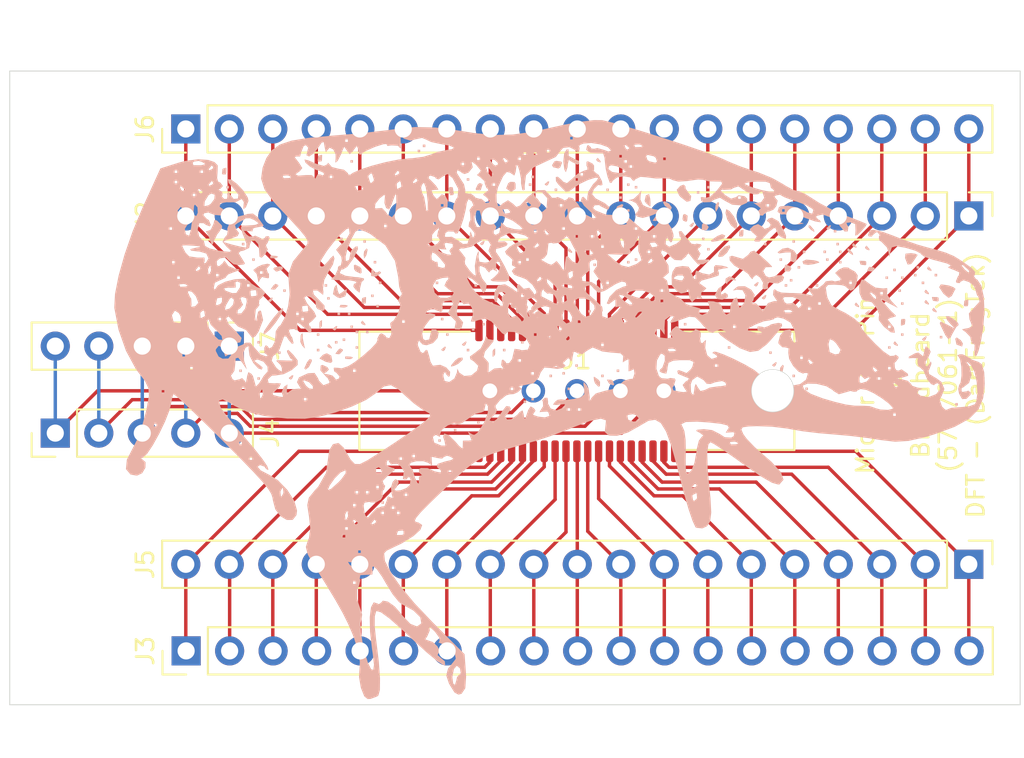
<source format=kicad_pcb>
(kicad_pcb (version 20241229) (generator "pcbnew") (generator_version "9.0")
  (layers (0 "F.Cu" signal) (2 "B.Cu" signal) (13 "F.Paste" user) (15 "B.Paste" user) (5 "F.SilkS" user "F.Silkscreen") (7 "B.SilkS" user "B.Silkscreen") (1 "F.Mask" user) (3 "B.Mask" user) (25 "Edge.Cuts" user))
  (net 0 "")
  (net 1 "Net-(J2-Pin_15)")
  (net 2 "Net-(J2-Pin_7)")
  (net 3 "Net-(J2-Pin_10)")
  (net 4 "Net-(J2-Pin_9)")
  (net 5 "Net-(J2-Pin_11)")
  (net 6 "Net-(J2-Pin_8)")
  (net 7 "Net-(J2-Pin_1)")
  (net 8 "Net-(J2-Pin_18)")
  (net 9 "Net-(J2-Pin_3)")
  (net 10 "Net-(J2-Pin_19)")
  (net 11 "Net-(J2-Pin_14)")
  (net 12 "Net-(J2-Pin_6)")
  (net 13 "Net-(J2-Pin_12)")
  (net 14 "Net-(J2-Pin_13)")
  (net 15 "Net-(J2-Pin_16)")
  (net 16 "Net-(J2-Pin_5)")
  (net 17 "Net-(J2-Pin_17)")
  (net 18 "Net-(J2-Pin_4)")
  (net 19 "Net-(J2-Pin_2)")
  (net 20 "Net-(J3-Pin_18)")
  (net 21 "Net-(J3-Pin_9)")
  (net 22 "Net-(J3-Pin_11)")
  (net 23 "Net-(J3-Pin_4)")
  (net 24 "Net-(J3-Pin_1)")
  (net 25 "Net-(J3-Pin_10)")
  (net 26 "Net-(J3-Pin_16)")
  (net 27 "Net-(J3-Pin_3)")
  (net 28 "Net-(J3-Pin_7)")
  (net 29 "Net-(J3-Pin_15)")
  (net 30 "Net-(J3-Pin_6)")
  (net 31 "Net-(J3-Pin_5)")
  (net 32 "Net-(J3-Pin_8)")
  (net 33 "Net-(J3-Pin_17)")
  (net 34 "Net-(J3-Pin_13)")
  (net 35 "Net-(J3-Pin_19)")
  (net 36 "Net-(J3-Pin_12)")
  (net 37 "Net-(J3-Pin_2)")
  (net 38 "Net-(J3-Pin_14)")
  (net 39 "Net-(J1-GND__2)")
  (net 40 "Net-(J1-GND)")
  (net 41 "Net-(J1-GND__1)")
  (net 42 "Net-(J1-GND__4)")
  (net 43 "Net-(J1-GND__3)")
  (footprint "Connector_PinHeader_2.54mm:PinHeader_1x19_P2.54mm_Vertical" (layer "F.Cu") (at 176 78.46 -90)
    (property "Reference" "J2" (at 0 48.09 90) (layer "F.SilkS"))
    (property "Value" "Conn_01x19_Pin")
    (pad "1" thru_hole rect (at 0 0 270) (size 1.7 1.7) (drill 1) (layers "*.Cu" "*.Mask") (net 7 "Net-(J2-Pin_1)"))
    (pad "2" thru_hole circle (at 0 2.54 270) (size 1.7 1.7) (drill 1) (layers "*.Cu" "*.Mask") (net 19 "Net-(J2-Pin_2)"))
    (pad "3" thru_hole circle (at 0 5.079999 270) (size 1.7 1.7) (drill 1) (layers "*.Cu" "*.Mask") (net 9 "Net-(J2-Pin_3)"))
    (pad "4" thru_hole circle (at 0 7.62 270) (size 1.7 1.7) (drill 1) (layers "*.Cu" "*.Mask") (net 18 "Net-(J2-Pin_4)"))
    (pad "5" thru_hole circle (at 0 10.16 270) (size 1.7 1.7) (drill 1) (layers "*.Cu" "*.Mask") (net 16 "Net-(J2-Pin_5)"))
    (pad "6" thru_hole circle (at 0 12.7 270) (size 1.7 1.7) (drill 1) (layers "*.Cu" "*.Mask") (net 12 "Net-(J2-Pin_6)"))
    (pad "7" thru_hole circle (at 0 15.24 270) (size 1.7 1.7) (drill 1) (layers "*.Cu" "*.Mask") (net 2 "Net-(J2-Pin_7)"))
    (pad "8" thru_hole circle (at 0 17.780001 270) (size 1.7 1.7) (drill 1) (layers "*.Cu" "*.Mask") (net 6 "Net-(J2-Pin_8)"))
    (pad "9" thru_hole circle (at 0 20.32 270) (size 1.7 1.7) (drill 1) (layers "*.Cu" "*.Mask") (net 4 "Net-(J2-Pin_9)"))
    (pad "10" thru_hole circle (at 0 22.86 270) (size 1.7 1.7) (drill 1) (layers "*.Cu" "*.Mask") (net 3 "Net-(J2-Pin_10)"))
    (pad "11" thru_hole circle (at 0 25.4 270) (size 1.7 1.7) (drill 1) (layers "*.Cu" "*.Mask") (net 5 "Net-(J2-Pin_11)"))
    (pad "12" thru_hole circle (at 0 27.939999 270) (size 1.7 1.7) (drill 1) (layers "*.Cu" "*.Mask") (net 13 "Net-(J2-Pin_12)"))
    (pad "13" thru_hole circle (at 0 30.48 270) (size 1.7 1.7) (drill 1) (layers "*.Cu" "*.Mask") (net 14 "Net-(J2-Pin_13)"))
    (pad "14" thru_hole circle (at 0 33.02 270) (size 1.7 1.7) (drill 1) (layers "*.Cu" "*.Mask") (net 11 "Net-(J2-Pin_14)"))
    (pad "15" thru_hole circle (at 0 35.56 270) (size 1.7 1.7) (drill 1) (layers "*.Cu" "*.Mask") (net 1 "Net-(J2-Pin_15)"))
    (pad "16" thru_hole circle (at 0 38.099999 270) (size 1.7 1.7) (drill 1) (layers "*.Cu" "*.Mask") (net 15 "Net-(J2-Pin_16)"))
    (pad "17" thru_hole circle (at 0 40.640001 270) (size 1.7 1.7) (drill 1) (layers "*.Cu" "*.Mask") (net 17 "Net-(J2-Pin_17)"))
    (pad "18" thru_hole circle (at 0 43.18 270) (size 1.7 1.7) (drill 1) (layers "*.Cu" "*.Mask") (net 8 "Net-(J2-Pin_18)"))
    (pad "19" thru_hole circle (at 0 45.72 270) (size 1.7 1.7) (drill 1) (layers "*.Cu" "*.Mask") (net 10 "Net-(J2-Pin_19)"))
  )
  (footprint "Connector_PinHeader_2.54mm:PinHeader_1x05_P2.54mm_Vertical" (layer "F.Cu") (at 132.82 86.06 -90)
    (property "Reference" "J7" (at 0 -2.38 90) (layer "F.SilkS"))
    (property "Value" "Conn_01x05_Socket")
    (pad "1" thru_hole rect (at 0 0 270) (size 1.7 1.7) (drill 1) (layers "*.Cu" "*.Mask") (net 40 "Net-(J1-GND)"))
    (pad "2" thru_hole circle (at 0 2.54 270) (size 1.7 1.7) (drill 1) (layers "*.Cu" "*.Mask") (net 41 "Net-(J1-GND__1)"))
    (pad "3" thru_hole circle (at 0 5.079999 270) (size 1.7 1.7) (drill 1) (layers "*.Cu" "*.Mask") (net 39 "Net-(J1-GND__2)"))
    (pad "4" thru_hole circle (at 0 7.62 270) (size 1.7 1.7) (drill 1) (layers "*.Cu" "*.Mask") (net 43 "Net-(J1-GND__3)"))
    (pad "5" thru_hole circle (at 0 10.16 270) (size 1.7 1.7) (drill 1) (layers "*.Cu" "*.Mask") (net 42 "Net-(J1-GND__4)"))
  )
  (footprint "Connector_PinHeader_2.54mm:PinHeader_1x19_P2.54mm_Vertical" (layer "F.Cu") (at 130.28 73.38 90)
    (property "Reference" "J6" (at 0 -2.38 90) (layer "F.SilkS"))
    (property "Value" "Conn_01x19_Socket")
    (pad "1" thru_hole rect (at 0 0 90) (size 1.7 1.7) (drill 1) (layers "*.Cu" "*.Mask") (net 10 "Net-(J2-Pin_19)"))
    (pad "2" thru_hole circle (at 0 2.54 90) (size 1.7 1.7) (drill 1) (layers "*.Cu" "*.Mask") (net 8 "Net-(J2-Pin_18)"))
    (pad "3" thru_hole circle (at 0 5.079999 90) (size 1.7 1.7) (drill 1) (layers "*.Cu" "*.Mask") (net 17 "Net-(J2-Pin_17)"))
    (pad "4" thru_hole circle (at 0 7.62 90) (size 1.7 1.7) (drill 1) (layers "*.Cu" "*.Mask") (net 15 "Net-(J2-Pin_16)"))
    (pad "5" thru_hole circle (at 0 10.16 90) (size 1.7 1.7) (drill 1) (layers "*.Cu" "*.Mask") (net 1 "Net-(J2-Pin_15)"))
    (pad "6" thru_hole circle (at 0 12.7 90) (size 1.7 1.7) (drill 1) (layers "*.Cu" "*.Mask") (net 11 "Net-(J2-Pin_14)"))
    (pad "7" thru_hole circle (at 0 15.24 90) (size 1.7 1.7) (drill 1) (layers "*.Cu" "*.Mask") (net 14 "Net-(J2-Pin_13)"))
    (pad "8" thru_hole circle (at 0 17.780001 90) (size 1.7 1.7) (drill 1) (layers "*.Cu" "*.Mask") (net 13 "Net-(J2-Pin_12)"))
    (pad "9" thru_hole circle (at 0 20.32 90) (size 1.7 1.7) (drill 1) (layers "*.Cu" "*.Mask") (net 5 "Net-(J2-Pin_11)"))
    (pad "10" thru_hole circle (at 0 22.86 90) (size 1.7 1.7) (drill 1) (layers "*.Cu" "*.Mask") (net 3 "Net-(J2-Pin_10)"))
    (pad "11" thru_hole circle (at 0 25.4 90) (size 1.7 1.7) (drill 1) (layers "*.Cu" "*.Mask") (net 4 "Net-(J2-Pin_9)"))
    (pad "12" thru_hole circle (at 0 27.939999 90) (size 1.7 1.7) (drill 1) (layers "*.Cu" "*.Mask") (net 6 "Net-(J2-Pin_8)"))
    (pad "13" thru_hole circle (at 0 30.48 90) (size 1.7 1.7) (drill 1) (layers "*.Cu" "*.Mask") (net 2 "Net-(J2-Pin_7)"))
    (pad "14" thru_hole circle (at 0 33.02 90) (size 1.7 1.7) (drill 1) (layers "*.Cu" "*.Mask") (net 12 "Net-(J2-Pin_6)"))
    (pad "15" thru_hole circle (at 0 35.56 90) (size 1.7 1.7) (drill 1) (layers "*.Cu" "*.Mask") (net 16 "Net-(J2-Pin_5)"))
    (pad "16" thru_hole circle (at 0 38.099999 90) (size 1.7 1.7) (drill 1) (layers "*.Cu" "*.Mask") (net 18 "Net-(J2-Pin_4)"))
    (pad "17" thru_hole circle (at 0 40.640001 90) (size 1.7 1.7) (drill 1) (layers "*.Cu" "*.Mask") (net 9 "Net-(J2-Pin_3)"))
    (pad "18" thru_hole circle (at 0 43.18 90) (size 1.7 1.7) (drill 1) (layers "*.Cu" "*.Mask") (net 19 "Net-(J2-Pin_2)"))
    (pad "19" thru_hole circle (at 0 45.72 90) (size 1.7 1.7) (drill 1) (layers "*.Cu" "*.Mask") (net 7 "Net-(J2-Pin_1)"))
  )
  (footprint "Connector_PinHeader_2.54mm:PinHeader_1x05_P2.54mm_Vertical" (layer "F.Cu") (at 122.66 91.14 90)
    (property "Reference" "J4" (at 0 12.54 90) (layer "F.SilkS"))
    (property "Value" "Conn_01x05_Pin")
    (pad "1" thru_hole rect (at 0 0 90) (size 1.7 1.7) (drill 1) (layers "*.Cu" "*.Mask") (net 42 "Net-(J1-GND__4)"))
    (pad "2" thru_hole circle (at 0 2.54 90) (size 1.7 1.7) (drill 1) (layers "*.Cu" "*.Mask") (net 43 "Net-(J1-GND__3)"))
    (pad "3" thru_hole circle (at 0 5.079999 90) (size 1.7 1.7) (drill 1) (layers "*.Cu" "*.Mask") (net 39 "Net-(J1-GND__2)"))
    (pad "4" thru_hole circle (at 0 7.62 90) (size 1.7 1.7) (drill 1) (layers "*.Cu" "*.Mask") (net 41 "Net-(J1-GND__1)"))
    (pad "5" thru_hole circle (at 0 10.16 90) (size 1.7 1.7) (drill 1) (layers "*.Cu" "*.Mask") (net 40 "Net-(J1-GND)"))
  )
  (footprint "Connector_PinHeader_2.54mm:PinHeader_1x19_P2.54mm_Vertical" (layer "F.Cu") (at 130.3 103.855 90)
    (property "Reference" "J3" (at 0 -2.38 90) (layer "F.SilkS"))
    (property "Value" "Conn_01x19_Pin")
    (pad "1" thru_hole rect (at 0 0 90) (size 1.7 1.7) (drill 1) (layers "*.Cu" "*.Mask") (net 24 "Net-(J3-Pin_1)"))
    (pad "2" thru_hole circle (at 0 2.54 90) (size 1.7 1.7) (drill 1) (layers "*.Cu" "*.Mask") (net 37 "Net-(J3-Pin_2)"))
    (pad "3" thru_hole circle (at 0 5.079999 90) (size 1.7 1.7) (drill 1) (layers "*.Cu" "*.Mask") (net 27 "Net-(J3-Pin_3)"))
    (pad "4" thru_hole circle (at 0 7.62 90) (size 1.7 1.7) (drill 1) (layers "*.Cu" "*.Mask") (net 23 "Net-(J3-Pin_4)"))
    (pad "5" thru_hole circle (at 0 10.16 90) (size 1.7 1.7) (drill 1) (layers "*.Cu" "*.Mask") (net 31 "Net-(J3-Pin_5)"))
    (pad "6" thru_hole circle (at 0 12.7 90) (size 1.7 1.7) (drill 1) (layers "*.Cu" "*.Mask") (net 30 "Net-(J3-Pin_6)"))
    (pad "7" thru_hole circle (at 0 15.24 90) (size 1.7 1.7) (drill 1) (layers "*.Cu" "*.Mask") (net 28 "Net-(J3-Pin_7)"))
    (pad "8" thru_hole circle (at 0 17.780001 90) (size 1.7 1.7) (drill 1) (layers "*.Cu" "*.Mask") (net 32 "Net-(J3-Pin_8)"))
    (pad "9" thru_hole circle (at 0 20.32 90) (size 1.7 1.7) (drill 1) (layers "*.Cu" "*.Mask") (net 21 "Net-(J3-Pin_9)"))
    (pad "10" thru_hole circle (at 0 22.86 90) (size 1.7 1.7) (drill 1) (layers "*.Cu" "*.Mask") (net 25 "Net-(J3-Pin_10)"))
    (pad "11" thru_hole circle (at 0 25.4 90) (size 1.7 1.7) (drill 1) (layers "*.Cu" "*.Mask") (net 22 "Net-(J3-Pin_11)"))
    (pad "12" thru_hole circle (at 0 27.939999 90) (size 1.7 1.7) (drill 1) (layers "*.Cu" "*.Mask") (net 36 "Net-(J3-Pin_12)"))
    (pad "13" thru_hole circle (at 0 30.48 90) (size 1.7 1.7) (drill 1) (layers "*.Cu" "*.Mask") (net 34 "Net-(J3-Pin_13)"))
    (pad "14" thru_hole circle (at 0 33.02 90) (size 1.7 1.7) (drill 1) (layers "*.Cu" "*.Mask") (net 38 "Net-(J3-Pin_14)"))
    (pad "15" thru_hole circle (at 0 35.56 90) (size 1.7 1.7) (drill 1) (layers "*.Cu" "*.Mask") (net 29 "Net-(J3-Pin_15)"))
    (pad "16" thru_hole circle (at 0 38.099999 90) (size 1.7 1.7) (drill 1) (layers "*.Cu" "*.Mask") (net 26 "Net-(J3-Pin_16)"))
    (pad "17" thru_hole circle (at 0 40.640001 90) (size 1.7 1.7) (drill 1) (layers "*.Cu" "*.Mask") (net 33 "Net-(J3-Pin_17)"))
    (pad "18" thru_hole circle (at 0 43.18 90) (size 1.7 1.7) (drill 1) (layers "*.Cu" "*.Mask") (net 20 "Net-(J3-Pin_18)"))
    (pad "19" thru_hole circle (at 0 45.72 90) (size 1.7 1.7) (drill 1) (layers "*.Cu" "*.Mask") (net 35 "Net-(J3-Pin_19)"))
  )
  (footprint "Connector_PinHeader_2.54mm:PinHeader_1x19_P2.54mm_Vertical" (layer "F.Cu") (at 176 98.8 -90)
    (property "Reference" "J5" (at 0 48.09 90) (layer "F.SilkS"))
    (property "Value" "Conn_01x19_Socket")
    (pad "1" thru_hole rect (at 0 0 270) (size 1.7 1.7) (drill 1) (layers "*.Cu" "*.Mask") (net 35 "Net-(J3-Pin_19)"))
    (pad "2" thru_hole circle (at 0 2.54 270) (size 1.7 1.7) (drill 1) (layers "*.Cu" "*.Mask") (net 20 "Net-(J3-Pin_18)"))
    (pad "3" thru_hole circle (at 0 5.079999 270) (size 1.7 1.7) (drill 1) (layers "*.Cu" "*.Mask") (net 33 "Net-(J3-Pin_17)"))
    (pad "4" thru_hole circle (at 0 7.62 270) (size 1.7 1.7) (drill 1) (layers "*.Cu" "*.Mask") (net 26 "Net-(J3-Pin_16)"))
    (pad "5" thru_hole circle (at 0 10.16 270) (size 1.7 1.7) (drill 1) (layers "*.Cu" "*.Mask") (net 29 "Net-(J3-Pin_15)"))
    (pad "6" thru_hole circle (at 0 12.7 270) (size 1.7 1.7) (drill 1) (layers "*.Cu" "*.Mask") (net 38 "Net-(J3-Pin_14)"))
    (pad "7" thru_hole circle (at 0 15.24 270) (size 1.7 1.7) (drill 1) (layers "*.Cu" "*.Mask") (net 34 "Net-(J3-Pin_13)"))
    (pad "8" thru_hole circle (at 0 17.780001 270) (size 1.7 1.7) (drill 1) (layers "*.Cu" "*.Mask") (net 36 "Net-(J3-Pin_12)"))
    (pad "9" thru_hole circle (at 0 20.32 270) (size 1.7 1.7) (drill 1) (layers "*.Cu" "*.Mask") (net 22 "Net-(J3-Pin_11)"))
    (pad "10" thru_hole circle (at 0 22.86 270) (size 1.7 1.7) (drill 1) (layers "*.Cu" "*.Mask") (net 25 "Net-(J3-Pin_10)"))
    (pad "11" thru_hole circle (at 0 25.4 270) (size 1.7 1.7) (drill 1) (layers "*.Cu" "*.Mask") (net 21 "Net-(J3-Pin_9)"))
    (pad "12" thru_hole circle (at 0 27.939999 270) (size 1.7 1.7) (drill 1) (layers "*.Cu" "*.Mask") (net 32 "Net-(J3-Pin_8)"))
    (pad "13" thru_hole circle (at 0 30.48 270) (size 1.7 1.7) (drill 1) (layers "*.Cu" "*.Mask") (net 28 "Net-(J3-Pin_7)"))
    (pad "14" thru_hole circle (at 0 33.02 270) (size 1.7 1.7) (drill 1) (layers "*.Cu" "*.Mask") (net 30 "Net-(J3-Pin_6)"))
    (pad "15" thru_hole circle (at 0 35.56 270) (size 1.7 1.7) (drill 1) (layers "*.Cu" "*.Mask") (net 31 "Net-(J3-Pin_5)"))
    (pad "16" thru_hole circle (at 0 38.099999 270) (size 1.7 1.7) (drill 1) (layers "*.Cu" "*.Mask") (net 23 "Net-(J3-Pin_4)"))
    (pad "17" thru_hole circle (at 0 40.640001 270) (size 1.7 1.7) (drill 1) (layers "*.Cu" "*.Mask") (net 27 "Net-(J3-Pin_3)"))
    (pad "18" thru_hole circle (at 0 43.18 270) (size 1.7 1.7) (drill 1) (layers "*.Cu" "*.Mask") (net 37 "Net-(J3-Pin_2)"))
    (pad "19" thru_hole circle (at 0 45.72 270) (size 1.7 1.7) (drill 1) (layers "*.Cu" "*.Mask") (net 24 "Net-(J3-Pin_1)"))
  )
  (footprint "Mictor38:TE_5767061-1" (layer "F.Cu") (at 153.115 88.67)
    (property "Reference" "J1" (at -0.005 -1.78 0) (layer "F.SilkS"))
    (property "Value" "5767061-1")
    (pad "" np_thru_hole circle (at 11.43 0) (size 2.44 2.44) (drill 2.44) (layers "*.Cu" "*.Mask"))
    (pad "1" smd roundrect (at 5.715 -3.53) (size 0.43 1.27) (layers "F.Cu" "F.Mask" "F.Paste") (roundrect_rratio 0.3) (net 7 "Net-(J2-Pin_1)"))
    (pad "2" smd roundrect (at 5.715 3.53) (size 0.43 1.27) (layers "F.Cu" "F.Mask" "F.Paste") (roundrect_rratio 0.3) (net 35 "Net-(J3-Pin_19)"))
    (pad "3" smd roundrect (at 5.08 -3.53) (size 0.43 1.27) (layers "F.Cu" "F.Mask" "F.Paste") (roundrect_rratio 0.3) (net 19 "Net-(J2-Pin_2)"))
    (pad "4" smd roundrect (at 5.08 3.53) (size 0.43 1.27) (layers "F.Cu" "F.Mask" "F.Paste") (roundrect_rratio 0.3) (net 20 "Net-(J3-Pin_18)"))
    (pad "5" smd roundrect (at 4.445 -3.53) (size 0.43 1.27) (layers "F.Cu" "F.Mask" "F.Paste") (roundrect_rratio 0.3) (net 9 "Net-(J2-Pin_3)"))
    (pad "6" smd roundrect (at 4.445 3.53) (size 0.43 1.27) (layers "F.Cu" "F.Mask" "F.Paste") (roundrect_rratio 0.3) (net 33 "Net-(J3-Pin_17)"))
    (pad "7" smd roundrect (at 3.81 -3.53) (size 0.43 1.27) (layers "F.Cu" "F.Mask" "F.Paste") (roundrect_rratio 0.3) (net 18 "Net-(J2-Pin_4)"))
    (pad "8" smd roundrect (at 3.81 3.53) (size 0.43 1.27) (layers "F.Cu" "F.Mask" "F.Paste") (roundrect_rratio 0.3) (net 26 "Net-(J3-Pin_16)"))
    (pad "9" smd roundrect (at 3.175 -3.53) (size 0.43 1.27) (layers "F.Cu" "F.Mask" "F.Paste") (roundrect_rratio 0.3) (net 16 "Net-(J2-Pin_5)"))
    (pad "10" smd roundrect (at 3.175 3.53) (size 0.43 1.27) (layers "F.Cu" "F.Mask" "F.Paste") (roundrect_rratio 0.3) (net 29 "Net-(J3-Pin_15)"))
    (pad "11" smd roundrect (at 2.54 -3.53) (size 0.43 1.27) (layers "F.Cu" "F.Mask" "F.Paste") (roundrect_rratio 0.3) (net 12 "Net-(J2-Pin_6)"))
    (pad "12" smd roundrect (at 2.54 3.53) (size 0.43 1.27) (layers "F.Cu" "F.Mask" "F.Paste") (roundrect_rratio 0.3) (net 38 "Net-(J3-Pin_14)"))
    (pad "13" smd roundrect (at 1.905 -3.53) (size 0.43 1.27) (layers "F.Cu" "F.Mask" "F.Paste") (roundrect_rratio 0.3) (net 2 "Net-(J2-Pin_7)"))
    (pad "14" smd roundrect (at 1.905 3.53) (size 0.43 1.27) (layers "F.Cu" "F.Mask" "F.Paste") (roundrect_rratio 0.3) (net 34 "Net-(J3-Pin_13)"))
    (pad "15" smd roundrect (at 1.27 -3.53) (size 0.43 1.27) (layers "F.Cu" "F.Mask" "F.Paste") (roundrect_rratio 0.3) (net 6 "Net-(J2-Pin_8)"))
    (pad "16" smd roundrect (at 1.27 3.53) (size 0.43 1.27) (layers "F.Cu" "F.Mask" "F.Paste") (roundrect_rratio 0.3) (net 36 "Net-(J3-Pin_12)"))
    (pad "17" smd roundrect (at 0.635 -3.53) (size 0.43 1.27) (layers "F.Cu" "F.Mask" "F.Paste") (roundrect_rratio 0.3) (net 4 "Net-(J2-Pin_9)"))
    (pad "18" smd roundrect (at 0.635 3.53) (size 0.43 1.27) (layers "F.Cu" "F.Mask" "F.Paste") (roundrect_rratio 0.3) (net 22 "Net-(J3-Pin_11)"))
    (pad "19" smd roundrect (at 0 -3.53) (size 0.43 1.27) (layers "F.Cu" "F.Mask" "F.Paste") (roundrect_rratio 0.3) (net 3 "Net-(J2-Pin_10)"))
    (pad "20" smd roundrect (at 0 3.53) (size 0.43 1.27) (layers "F.Cu" "F.Mask" "F.Paste") (roundrect_rratio 0.3) (net 25 "Net-(J3-Pin_10)"))
    (pad "21" smd roundrect (at -0.635 -3.53) (size 0.43 1.27) (layers "F.Cu" "F.Mask" "F.Paste") (roundrect_rratio 0.3) (net 5 "Net-(J2-Pin_11)"))
    (pad "22" smd roundrect (at -0.635 3.53) (size 0.43 1.27) (layers "F.Cu" "F.Mask" "F.Paste") (roundrect_rratio 0.3) (net 21 "Net-(J3-Pin_9)"))
    (pad "23" smd roundrect (at -1.27 -3.53) (size 0.43 1.27) (layers "F.Cu" "F.Mask" "F.Paste") (roundrect_rratio 0.3) (net 13 "Net-(J2-Pin_12)"))
    (pad "24" smd roundrect (at -1.27 3.53) (size 0.43 1.27) (layers "F.Cu" "F.Mask" "F.Paste") (roundrect_rratio 0.3) (net 32 "Net-(J3-Pin_8)"))
    (pad "25" smd roundrect (at -1.905 -3.53) (size 0.43 1.27) (layers "F.Cu" "F.Mask" "F.Paste") (roundrect_rratio 0.3) (net 14 "Net-(J2-Pin_13)"))
    (pad "26" smd roundrect (at -1.905 3.53) (size 0.43 1.27) (layers "F.Cu" "F.Mask" "F.Paste") (roundrect_rratio 0.3) (net 28 "Net-(J3-Pin_7)"))
    (pad "27" smd roundrect (at -2.54 -3.53) (size 0.43 1.27) (layers "F.Cu" "F.Mask" "F.Paste") (roundrect_rratio 0.3) (net 11 "Net-(J2-Pin_14)"))
    (pad "28" smd roundrect (at -2.54 3.53) (size 0.43 1.27) (layers "F.Cu" "F.Mask" "F.Paste") (roundrect_rratio 0.3) (net 30 "Net-(J3-Pin_6)"))
    (pad "29" smd roundrect (at -3.175 -3.53) (size 0.43 1.27) (layers "F.Cu" "F.Mask" "F.Paste") (roundrect_rratio 0.3) (net 1 "Net-(J2-Pin_15)"))
    (pad "30" smd roundrect (at -3.175 3.53) (size 0.43 1.27) (layers "F.Cu" "F.Mask" "F.Paste") (roundrect_rratio 0.3) (net 31 "Net-(J3-Pin_5)"))
    (pad "31" smd roundrect (at -3.81 -3.53) (size 0.43 1.27) (layers "F.Cu" "F.Mask" "F.Paste") (roundrect_rratio 0.3) (net 15 "Net-(J2-Pin_16)"))
    (pad "32" smd roundrect (at -3.81 3.53) (size 0.43 1.27) (layers "F.Cu" "F.Mask" "F.Paste") (roundrect_rratio 0.3) (net 23 "Net-(J3-Pin_4)"))
    (pad "33" smd roundrect (at -4.445 -3.53) (size 0.43 1.27) (layers "F.Cu" "F.Mask" "F.Paste") (roundrect_rratio 0.3) (net 17 "Net-(J2-Pin_17)"))
    (pad "34" smd roundrect (at -4.445 3.53) (size 0.43 1.27) (layers "F.Cu" "F.Mask" "F.Paste") (roundrect_rratio 0.3) (net 27 "Net-(J3-Pin_3)"))
    (pad "35" smd roundrect (at -5.08 -3.53) (size 0.43 1.27) (layers "F.Cu" "F.Mask" "F.Paste") (roundrect_rratio 0.3) (net 8 "Net-(J2-Pin_18)"))
    (pad "36" smd roundrect (at -5.08 3.53) (size 0.43 1.27) (layers "F.Cu" "F.Mask" "F.Paste") (roundrect_rratio 0.3) (net 37 "Net-(J3-Pin_2)"))
    (pad "37" smd roundrect (at -5.715 -3.53) (size 0.43 1.27) (layers "F.Cu" "F.Mask" "F.Paste") (roundrect_rratio 0.3) (net 10 "Net-(J2-Pin_19)"))
    (pad "38" smd roundrect (at -5.715 3.53) (size 0.43 1.27) (layers "F.Cu" "F.Mask" "F.Paste") (roundrect_rratio 0.3) (net 24 "Net-(J3-Pin_1)"))
    (pad "G1" thru_hole circle (at 5.08 0) (size 1.368 1.368) (drill 0.86) (layers "*.Cu" "*.Mask") (net 40 "Net-(J1-GND)"))
    (pad "G2" thru_hole circle (at 2.54 0) (size 1.368 1.368) (drill 0.86) (layers "*.Cu" "*.Mask") (net 41 "Net-(J1-GND__1)"))
    (pad "G3" thru_hole circle (at 0 0) (size 1.368 1.368) (drill 0.86) (layers "*.Cu" "*.Mask") (net 39 "Net-(J1-GND__2)"))
    (pad "G4" thru_hole circle (at -2.54 0) (size 1.368 1.368) (drill 0.86) (layers "*.Cu" "*.Mask") (net 43 "Net-(J1-GND__3)"))
    (pad "G5" thru_hole circle (at -5.08 0) (size 1.368 1.368) (drill 0.86) (layers "*.Cu" "*.Mask") (net 42 "Net-(J1-GND__4)"))
  )
  (footprint "DFT:DFT_SS_Small" (layer "B.Cu") (at 150.76 85.31 135)
    (property "Reference" "G***" (at 0 0 135) (layer "B.SilkS") (effects (font (size 1.5 1.5) (thickness 0.3)) (justify mirror)))
    (property "Value" "LOGO" (hide yes))
  )
  (gr_line (start 179 107) (end 120 107) (stroke (width 0.05)) (layer "Edge.Cuts"))
  (gr_line (start 120 107) (end 120 70) (stroke (width 0.05)) (layer "Edge.Cuts"))
  (gr_circle (center 164.549634 88.67) (end 165.419634 89.54) (stroke (width 0.05)) (fill no) (layer "Edge.Cuts"))
  (gr_line (start 120 70) (end 179 70) (stroke (width 0.05)) (layer "Edge.Cuts"))
  (gr_line (start 179 70) (end 179 107) (stroke (width 0.05)) (layer "Edge.Cuts"))
  (gr_text "Mictor 38 Pin\nto\nBreadboard\n(5767061-1)\nDFT - (DartFrogTek)" (at 173.18 88.35 90) (layer "F.SilkS") (effects (font (size 1 1))))
  (segment (start 148.436 83.001) (end 149.94 84.505) (width 0.2) (layer "F.Cu") (net 1))
  (segment (start 140.44 73.38) (end 140.44 78.46) (width 0.2) (layer "F.Cu") (net 1))
  (segment (start 149.94 84.505) (end 149.94 85.14) (width 0.2) (layer "F.Cu") (net 1))
  (segment (start 140.44 78.46) (end 144.981 83.001) (width 0.2) (layer "F.Cu") (net 1))
  (segment (start 144.981 83.001) (end 148.436 83.001) (width 0.2) (layer "F.Cu") (net 1))
  (segment (start 155.02 84.2) (end 155.02 85.14) (width 0.2) (layer "F.Cu") (net 2))
  (segment (start 160.76 73.38) (end 160.76 78.46) (width 0.2) (layer "F.Cu") (net 2))
  (segment (start 160.76 78.46) (end 155.02 84.2) (width 0.2) (layer "F.Cu") (net 2))
  (segment (start 153.14 78.46) (end 153.14 85.115) (width 0.2) (layer "F.Cu") (net 3))
  (segment (start 153.14 73.38) (end 153.14 78.46) (width 0.2) (layer "F.Cu") (net 3))
  (segment (start 153.14 85.115) (end 153.115 85.14) (width 0.2) (layer "F.Cu") (net 3))
  (segment (start 155.68 73.38) (end 155.68 78.46) (width 0.2) (layer "F.Cu") (net 4))
  (segment (start 155.68 78.46) (end 153.75 80.39) (width 0.2) (layer "F.Cu") (net 4))
  (segment (start 153.75 80.39) (end 153.75 85.14) (width 0.2) (layer "F.Cu") (net 4))
  (segment (start 150.6 73.38) (end 150.6 78.46) (width 0.2) (layer "F.Cu") (net 5))
  (segment (start 152.48 80.34) (end 152.48 85.14) (width 0.2) (layer "F.Cu") (net 5))
  (segment (start 150.6 78.46) (end 152.48 80.34) (width 0.2) (layer "F.Cu") (net 5))
  (segment (start 154.385 82.294999) (end 154.385 85.14) (width 0.2) (layer "F.Cu") (net 6))
  (segment (start 158.219999 78.46) (end 154.385 82.294999) (width 0.2) (layer "F.Cu") (net 6))
  (segment (start 158.219999 73.38) (end 158.219999 78.46) (width 0.2) (layer "F.Cu") (net 6))
  (segment (start 176 73.38) (end 176 78.46) (width 0.2) (layer "F.Cu") (net 7))
  (segment (start 158.83 85.14) (end 169.32 85.14) (width 0.2) (layer "F.Cu") (net 7))
  (segment (start 169.32 85.14) (end 176 78.46) (width 0.2) (layer "F.Cu") (net 7))
  (segment (start 138.564 84.204) (end 132.82 78.46) (width 0.2) (layer "F.Cu") (net 8))
  (segment (start 132.82 78.46) (end 132.82 73.38) (width 0.2) (layer "F.Cu") (net 8))
  (segment (start 148.035 85.14) (end 148.035 84.571314) (width 0.2) (layer "F.Cu") (net 8))
  (segment (start 147.667686 84.204) (end 138.564 84.204) (width 0.2) (layer "F.Cu") (net 8))
  (segment (start 148.035 84.571314) (end 147.667686 84.204) (width 0.2) (layer "F.Cu") (net 8))
  (segment (start 158.262 83.803) (end 157.56 84.505) (width 0.2) (layer "F.Cu") (net 9))
  (segment (start 170.920001 73.38) (end 170.920001 78.46) (width 0.2) (layer "F.Cu") (net 9))
  (segment (start 170.920001 78.46) (end 165.577001 83.803) (width 0.2) (layer "F.Cu") (net 9))
  (segment (start 157.56 84.505) (end 157.56 85.14) (width 0.2) (layer "F.Cu") (net 9))
  (segment (start 165.577001 83.803) (end 158.262 83.803) (width 0.2) (layer "F.Cu") (net 9))
  (segment (start 130.28 73.38) (end 130.28 78.46) (width 0.2) (layer "F.Cu") (net 10))
  (segment (start 136.96 85.14) (end 130.28 78.46) (width 0.2) (layer "F.Cu") (net 10))
  (segment (start 147.4 85.14) (end 136.96 85.14) (width 0.2) (layer "F.Cu") (net 10))
  (segment (start 150.575 84.571314) (end 150.575 85.14) (width 0.2) (layer "F.Cu") (net 11))
  (segment (start 147.12 82.6) (end 148.603686 82.6) (width 0.2) (layer "F.Cu") (net 11))
  (segment (start 142.98 78.46) (end 147.12 82.6) (width 0.2) (layer "F.Cu") (net 11))
  (segment (start 142.98 73.38) (end 142.98 78.46) (width 0.2) (layer "F.Cu") (net 11))
  (segment (start 148.603686 82.6) (end 150.575 84.571314) (width 0.2) (layer "F.Cu") (net 11))
  (segment (start 159.16 82.6) (end 157.56 82.6) (width 0.2) (layer "F.Cu") (net 12))
  (segment (start 157.56 82.6) (end 155.655 84.505) (width 0.2) (layer "F.Cu") (net 12))
  (segment (start 155.655 84.505) (end 155.655 85.14) (width 0.2) (layer "F.Cu") (net 12))
  (segment (start 163.3 73.38) (end 163.3 78.46) (width 0.2) (layer "F.Cu") (net 12))
  (segment (start 163.3 78.46) (end 159.16 82.6) (width 0.2) (layer "F.Cu") (net 12))
  (segment (start 148.060001 78.46) (end 151.845 82.244999) (width 0.2) (layer "F.Cu") (net 13))
  (segment (start 151.845 82.244999) (end 151.845 85.14) (width 0.2) (layer "F.Cu") (net 13))
  (segment (start 148.060001 73.38) (end 148.060001 78.46) (width 0.2) (layer "F.Cu") (net 13))
  (segment (start 151.21 84.15) (end 151.21 85.14) (width 0.2) (layer "F.Cu") (net 14))
  (segment (start 145.52 73.38) (end 145.52 78.46) (width 0.2) (layer "F.Cu") (net 14))
  (segment (start 145.52 78.46) (end 151.21 84.15) (width 0.2) (layer "F.Cu") (net 14))
  (segment (start 149.305 84.505) (end 149.305 85.14) (width 0.2) (layer "F.Cu") (net 15))
  (segment (start 137.900001 78.46) (end 142.842001 83.402) (width 0.2) (layer "F.Cu") (net 15))
  (segment (start 142.842001 83.402) (end 148.202 83.402) (width 0.2) (layer "F.Cu") (net 15))
  (segment (start 148.202 83.402) (end 149.305 84.505) (width 0.2) (layer "F.Cu") (net 15))
  (segment (start 137.9 73.38) (end 137.900001 78.46) (width 0.2) (layer "F.Cu") (net 15))
  (segment (start 156.29 84.5729) (end 156.29 85.14) (width 0.2) (layer "F.Cu") (net 16))
  (segment (start 165.84 73.38) (end 165.84 78.46) (width 0.2) (layer "F.Cu") (net 16))
  (segment (start 165.84 78.46) (end 161.299 83.001) (width 0.2) (layer "F.Cu") (net 16))
  (segment (start 157.8619 83.001) (end 156.29 84.5729) (width 0.2) (layer "F.Cu") (net 16))
  (segment (start 161.299 83.001) (end 157.8619 83.001) (width 0.2) (layer "F.Cu") (net 16))
  (segment (start 147.968 83.803) (end 148.67 84.505) (width 0.2) (layer "F.Cu") (net 17))
  (segment (start 135.359999 73.38) (end 135.359999 78.46) (width 0.2) (layer "F.Cu") (net 17))
  (segment (start 135.359999 78.46) (end 140.702999 83.803) (width 0.2) (layer "F.Cu") (net 17))
  (segment (start 148.67 84.505) (end 148.67 85.14) (width 0.2) (layer "F.Cu") (net 17))
  (segment (start 140.702999 83.803) (end 147.968 83.803) (width 0.2) (layer "F.Cu") (net 17))
  (segment (start 168.379999 73.38) (end 168.38 78.46) (width 0.2) (layer "F.Cu") (net 18))
  (segment (start 168.38 78.46) (end 163.438 83.402) (width 0.2) (layer "F.Cu") (net 18))
  (segment (start 163.438 83.402) (end 158.028 83.402) (width 0.2) (layer "F.Cu") (net 18))
  (segment (start 156.925 84.505) (end 156.925 85.14) (width 0.2) (layer "F.Cu") (net 18))
  (segment (start 158.028 83.402) (end 156.925 84.505) (width 0.2) (layer "F.Cu") (net 18))
  (segment (start 167.716 84.204) (end 173.46 78.46) (width 0.2) (layer "F.Cu") (net 19))
  (segment (start 158.562314 84.204) (end 167.716 84.204) (width 0.2) (layer "F.Cu") (net 19))
  (segment (start 173.46 73.38) (end 173.46 78.46) (width 0.2) (layer "F.Cu") (net 19))
  (segment (start 158.195 84.571314) (end 158.562314 84.204) (width 0.2) (layer "F.Cu") (net 19))
  (segment (start 158.195 85.14) (end 158.195 84.571314) (width 0.2) (layer "F.Cu") (net 19))
  (segment (start 173.46 103.835) (end 173.48 103.855) (width 0.2) (layer "F.Cu") (net 20))
  (segment (start 173.46 98.8) (end 167.796 93.136) (width 0.2) (layer "F.Cu") (net 20))
  (segment (start 167.796 93.136) (end 158.496 93.136) (width 0.2) (layer "F.Cu") (net 20))
  (segment (start 158.496 93.136) (end 158.195 92.835) (width 0.2) (layer "F.Cu") (net 20))
  (segment (start 158.195 92.835) (end 158.195 92.2) (width 0.2) (layer "F.Cu") (net 20))
  (segment (start 173.46 98.8) (end 173.46 103.835) (width 0.2) (layer "F.Cu") (net 20))
  (segment (start 150.6 98.8) (end 152.48 96.92) (width 0.2) (layer "F.Cu") (net 21))
  (segment (start 150.6 103.835) (end 150.62 103.855) (width 0.2) (layer "F.Cu") (net 21))
  (segment (start 152.48 96.92) (end 152.48 92.2) (width 0.2) (layer "F.Cu") (net 21))
  (segment (start 150.6 98.8) (end 150.6 103.835) (width 0.2) (layer "F.Cu") (net 21))
  (segment (start 155.68 103.835) (end 155.7 103.855) (width 0.2) (layer "F.Cu") (net 22))
  (segment (start 153.75 96.87) (end 153.75 92.2) (width 0.2) (layer "F.Cu") (net 22))
  (segment (start 155.68 98.8) (end 153.75 96.87) (width 0.2) (layer "F.Cu") (net 22))
  (segment (start 155.68 98.8) (end 155.68 103.835) (width 0.2) (layer "F.Cu") (net 22))
  (segment (start 137.900001 98.8) (end 142.700001 94) (width 0.2) (layer "F.Cu") (net 23))
  (segment (start 142.700001 94) (end 148.14 94) (width 0.2) (layer "F.Cu") (net 23))
  (segment (start 137.900001 98.8) (end 137.900001 103.835001) (width 0.2) (layer "F.Cu") (net 23))
  (segment (start 149.305 92.835) (end 149.305 92.2) (width 0.2) (layer "F.Cu") (net 23))
  (segment (start 137.900001 103.835001) (end 137.92 103.855) (width 0.2) (layer "F.Cu") (net 23))
  (segment (start 148.14 94) (end 149.305 92.835) (width 0.2) (layer "F.Cu") (net 23))
  (segment (start 136.88 92.2) (end 130.28 98.8) (width 0.2) (layer "F.Cu") (net 24))
  (segment (start 147.4 92.2) (end 136.88 92.2) (width 0.2) (layer "F.Cu") (net 24))
  (segment (start 130.28 103.835) (end 130.3 103.855) (width 0.2) (layer "F.Cu") (net 24))
  (segment (start 130.28 98.8) (end 130.28 103.835) (width 0.2) (layer "F.Cu") (net 24))
  (segment (start 153.14 98.8) (end 153.14 103.835) (width 0.2) (layer "F.Cu") (net 25))
  (segment (start 153.14 103.835) (end 153.16 103.855) (width 0.2) (layer "F.Cu") (net 25))
  (segment (start 153.14 98.8) (end 153.14 92.225) (width 0.2) (layer "F.Cu") (net 25))
  (segment (start 153.14 92.225) (end 153.115 92.2) (width 0.2) (layer "F.Cu") (net 25))
  (segment (start 168.38 103.835001) (end 168.399999 103.855) (width 0.2) (layer "F.Cu") (net 26))
  (segment (start 156.925 92.835) (end 156.925 92.2) (width 0.2) (layer "F.Cu") (net 26))
  (segment (start 163.58 94) (end 158.09 94) (width 0.2) (layer "F.Cu") (net 26))
  (segment (start 168.38 98.8) (end 163.58 94) (width 0.2) (layer "F.Cu") (net 26))
  (segment (start 158.09 94) (end 156.925 92.835) (width 0.2) (layer "F.Cu") (net 26))
  (segment (start 168.38 98.8) (end 168.38 103.835001) (width 0.2) (layer "F.Cu") (net 26))
  (segment (start 135.359999 103.835) (end 135.379999 103.855) (width 0.2) (layer "F.Cu") (net 27))
  (segment (start 135.359999 98.8) (end 135.359999 103.835) (width 0.2) (layer "F.Cu") (net 27))
  (segment (start 147.9001 93.537) (end 148.67 92.7671) (width 0.2) (layer "F.Cu") (net 27))
  (segment (start 148.67 92.7671) (end 148.67 92.2) (width 0.2) (layer "F.Cu") (net 27))
  (segment (start 140.622999 93.537) (end 147.9001 93.537) (width 0.2) (layer "F.Cu") (net 27))
  (segment (start 135.359999 98.8) (end 140.622999 93.537) (width 0.2) (layer "F.Cu") (net 27))
  (segment (start 145.52 103.835) (end 145.54 103.855) (width 0.2) (layer "F.Cu") (net 28))
  (segment (start 151.21 93.11) (end 151.21 92.2) (width 0.2) (layer "F.Cu") (net 28))
  (segment (start 145.52 98.8) (end 145.52 103.835) (width 0.2) (layer "F.Cu") (net 28))
  (segment (start 145.52 98.8) (end 151.21 93.11) (width 0.2) (layer "F.Cu") (net 28))
  (segment (start 161.441 94.401) (end 157.856 94.401) (width 0.2) (layer "F.Cu") (net 29))
  (segment (start 165.84 98.8) (end 161.441 94.401) (width 0.2) (layer "F.Cu") (net 29))
  (segment (start 156.29 92.835) (end 156.29 92.2) (width 0.2) (layer "F.Cu") (net 29))
  (segment (start 157.856 94.401) (end 156.29 92.835) (width 0.2) (layer "F.Cu") (net 29))
  (segment (start 165.84 103.835) (end 165.86 103.855) (width 0.2) (layer "F.Cu") (net 29))
  (segment (start 165.84 98.8) (end 165.84 103.835) (width 0.2) (layer "F.Cu") (net 29))
  (segment (start 150.575 92.7671) (end 150.575 92.2) (width 0.2) (layer "F.Cu") (net 30))
  (segment (start 142.98 98.8) (end 142.98 103.835) (width 0.2) (layer "F.Cu") (net 30))
  (segment (start 148.5401 94.802) (end 150.575 92.7671) (width 0.2) (layer "F.Cu") (net 30))
  (segment (start 146.978 94.802) (end 148.5401 94.802) (width 0.2) (layer "F.Cu") (net 30))
  (segment (start 142.98 103.835) (end 143 103.855) (width 0.2) (layer "F.Cu") (net 30))
  (segment (start 142.98 98.8) (end 146.978 94.802) (width 0.2) (layer "F.Cu") (net 30))
  (segment (start 140.44 98.8) (end 140.44 103.835) (width 0.2) (layer "F.Cu") (net 31))
  (segment (start 149.94 92.835) (end 149.94 92.2) (width 0.2) (layer "F.Cu") (net 31))
  (segment (start 140.44 98.8) (end 144.839 94.401) (width 0.2) (layer "F.Cu") (net 31))
  (segment (start 144.839 94.401) (end 148.374 94.401) (width 0.2) (layer "F.Cu") (net 31))
  (segment (start 148.374 94.401) (end 149.94 92.835) (width 0.2) (layer "F.Cu") (net 31))
  (segment (start 140.44 103.835) (end 140.46 103.855) (width 0.2) (layer "F.Cu") (net 31))
  (segment (start 148.060001 98.8) (end 148.060001 103.835) (width 0.2) (layer "F.Cu") (net 32))
  (segment (start 151.845 95.015001) (end 151.845 92.2) (width 0.2) (layer "F.Cu") (net 32))
  (segment (start 148.060001 103.835) (end 148.080001 103.855) (width 0.2) (layer "F.Cu") (net 32))
  (segment (start 148.060001 98.8) (end 151.845 95.015001) (width 0.2) (layer "F.Cu") (net 32))
  (segment (start 170.920001 98.8) (end 170.920001 103.835) (width 0.2) (layer "F.Cu") (net 33))
  (segment (start 165.657001 93.537) (end 170.920001 98.8) (width 0.2) (layer "F.Cu") (net 33))
  (segment (start 157.56 92.7671) (end 158.3299 93.537) (width 0.2) (layer "F.Cu") (net 33))
  (segment (start 170.920001 103.835) (end 170.940001 103.855) (width 0.2) (layer "F.Cu") (net 33))
  (segment (start 158.3299 93.537) (end 165.657001 93.537) (width 0.2) (layer "F.Cu") (net 33))
  (segment (start 157.56 92.2) (end 157.56 92.7671) (width 0.2) (layer "F.Cu") (net 33))
  (segment (start 155.02 93.06) (end 155.02 92.2) (width 0.2) (layer "F.Cu") (net 34))
  (segment (start 160.76 103.835) (end 160.78 103.855) (width 0.2) (layer "F.Cu") (net 34))
  (segment (start 160.76 98.8) (end 155.02 93.06) (width 0.2) (layer "F.Cu") (net 34))
  (segment (start 160.76 98.8) (end 160.76 103.835) (width 0.2) (layer "F.Cu") (net 34))
  (segment (start 169.4 92.2) (end 158.83 92.2) (width 0.2) (layer "F.Cu") (net 35))
  (segment (start 176 103.835) (end 176.02 103.855) (width 0.2) (layer "F.Cu") (net 35))
  (segment (start 176 98.8) (end 169.4 92.2) (width 0.2) (layer "F.Cu") (net 35))
  (segment (start 176 98.8) (end 176 103.835) (width 0.2) (layer "F.Cu") (net 35))
  (segment (start 154.385 94.965001) (end 154.385 92.2) (width 0.2) (layer "F.Cu") (net 36))
  (segment (start 158.219999 103.835) (end 158.239999 103.855) (width 0.2) (layer "F.Cu") (net 36))
  (segment (start 158.219999 98.8) (end 158.219999 103.835) (width 0.2) (layer "F.Cu") (net 36))
  (segment (start 158.219999 98.8) (end 154.385 94.965001) (width 0.2) (layer "F.Cu") (net 36))
  (segment (start 132.82 98.8) (end 138.484 93.136) (width 0.2) (layer "F.Cu") (net 37))
  (segment (start 147.734 93.136) (end 148.035 92.835) (width 0.2) (layer "F.Cu") (net 37))
  (segment (start 138.484 93.136) (end 147.734 93.136) (width 0.2) (layer "F.Cu") (net 37))
  (segment (start 148.035 92.835) (end 148.035 92.2) (width 0.2) (layer "F.Cu") (net 37))
  (segment (start 132.84 98.82) (end 132.82 98.8) (width 0.2) (layer "F.Cu") (net 37))
  (segment (start 132.84 103.855) (end 132.84 98.82) (width 0.2) (layer "F.Cu") (net 37))
  (segment (start 163.3 103.835) (end 163.32 103.855) (width 0.2) (layer "F.Cu") (net 38))
  (segment (start 155.655 92.835) (end 155.655 92.2) (width 0.2) (layer "F.Cu") (net 38))
  (segment (start 157.622 94.802) (end 155.655 92.835) (width 0.2) (layer "F.Cu") (net 38))
  (segment (start 163.3 98.8) (end 159.302 94.802) (width 0.2) (layer "F.Cu") (net 38))
  (segment (start 163.3 98.8) (end 163.3 103.835) (width 0.2) (layer "F.Cu") (net 38))
  (segment (start 159.302 94.802) (end 157.622 94.802) (width 0.2) (layer "F.Cu") (net 38))
  (segment (start 134.21286 90.338) (end 133.46286 89.588) (width 0.2) (layer "F.Cu") (net 39))
  (segment (start 133.46286 89.588) (end 129.291999 89.588) (width 0.2) (layer "F.Cu") (net 39))
  (segment (start 153.115 88.67) (end 151.447 90.338) (width 0.2) (layer "F.Cu") (net 39))
  (segment (start 151.447 90.338) (end 134.21286 90.338) (width 0.2) (layer "F.Cu") (net 39))
  (segment (start 129.291999 89.588) (end 127.739999 91.14) (width 0.2) (layer "F.Cu") (net 39))
  (segment (start 127.740001 91.139998) (end 127.739999 91.14) (width 0.2) (layer "B.Cu") (net 39))
  (segment (start 127.740001 86.06) (end 127.740001 91.139998) (width 0.2) (layer "B.Cu") (net 39))
  (segment (start 155.725 91.14) (end 158.195 88.67) (width 0.2) (layer "F.Cu") (net 40))
  (segment (start 132.82 91.14) (end 155.725 91.14) (width 0.2) (layer "F.Cu") (net 40))
  (segment (start 132.82 86.06) (end 132.82 91.14) (width 0.2) (layer "B.Cu") (net 40))
  (segment (start 130.28 91.14) (end 131.431 89.989) (width 0.2) (layer "F.Cu") (net 41))
  (segment (start 134.04676 90.739) (end 153.586 90.739) (width 0.2) (layer "F.Cu") (net 41))
  (segment (start 153.586 90.739) (end 155.655 88.67) (width 0.2) (layer "F.Cu") (net 41))
  (segment (start 133.29676 89.989) (end 134.04676 90.739) (width 0.2) (layer "F.Cu") (net 41))
  (segment (start 131.431 89.989) (end 133.29676 89.989) (width 0.2) (layer "F.Cu") (net 41))
  (segment (start 130.28 86.06) (end 130.28 91.14) (width 0.2) (layer "B.Cu") (net 41))
  (segment (start 125.13 88.67) (end 122.66 91.14) (width 0.2) (layer "F.Cu") (net 42))
  (segment (start 148.035 88.67) (end 125.13 88.67) (width 0.2) (layer "F.Cu") (net 42))
  (segment (start 122.66 86.06) (end 122.66 91.14) (width 0.2) (layer "B.Cu") (net 42))
  (segment (start 127.153 89.187) (end 125.2 91.14) (width 0.2) (layer "F.Cu") (net 43))
  (segment (start 150.575 88.67) (end 149.308 89.937) (width 0.2) (layer "F.Cu") (net 43))
  (segment (start 134.37896 89.937) (end 133.62896 89.187) (width 0.2) (layer "F.Cu") (net 43))
  (segment (start 133.62896 89.187) (end 127.153 89.187) (width 0.2) (layer "F.Cu") (net 43))
  (segment (start 149.308 89.937) (end 134.37896 89.937) (width 0.2) (layer "F.Cu") (net 43))
  (segment (start 125.2 86.06) (end 125.2 91.14) (width 0.2) (layer "B.Cu") (net 43))
)
</source>
